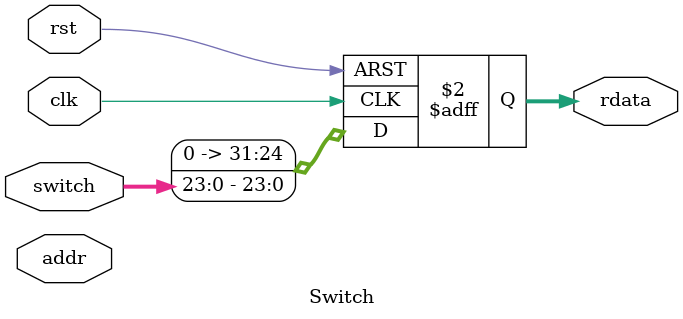
<source format=v>
`timescale 1ns / 1ps

`include "defines.vh"

module Switch(
    input wire rst,
    input wire clk,
    input wire[31:0] addr,
    input wire[23:0] switch,
    output reg[31:0] rdata 
);

always@(posedge clk or posedge rst)begin
    if(rst)begin
        rdata <= 32'b0;
    end else begin
        rdata <= {8'b0,switch};
    end
end

endmodule
</source>
